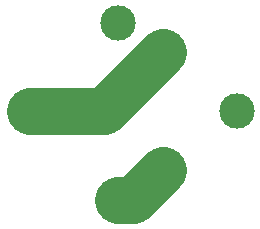
<source format=gbr>
G04 #@! TF.FileFunction,Copper,L2,Bot,Signal*
%FSLAX46Y46*%
G04 Gerber Fmt 4.6, Leading zero omitted, Abs format (unit mm)*
G04 Created by KiCad (PCBNEW 4.0.7+dfsg1-1ubuntu2) date Wed Aug 15 18:30:10 2018*
%MOMM*%
%LPD*%
G01*
G04 APERTURE LIST*
%ADD10C,0.100000*%
%ADD11C,3.000000*%
%ADD12C,4.000000*%
G04 APERTURE END LIST*
D10*
D11*
X-3750000Y-7500000D03*
X-3750000Y7500000D03*
X6250000Y0D03*
X-11250000Y0D03*
X0Y-5000000D03*
X0Y5000000D03*
D12*
X-3750000Y-7500000D02*
X-2500000Y-7500000D01*
X-2500000Y-7500000D02*
X0Y-5000000D01*
X-11250000Y0D02*
X-5000000Y0D01*
X-5000000Y0D02*
X0Y5000000D01*
M02*

</source>
